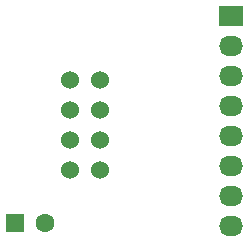
<source format=gbl>
G04 #@! TF.GenerationSoftware,KiCad,Pcbnew,(2017-01-24 revision 0b6147e)-makepkg*
G04 #@! TF.CreationDate,2017-01-26T21:48:18+05:30*
G04 #@! TF.ProjectId,bRF24-breakout,62524632342D627265616B6F75742E6B,0.01*
G04 #@! TF.FileFunction,Copper,L2,Bot,Signal*
G04 #@! TF.FilePolarity,Positive*
%FSLAX46Y46*%
G04 Gerber Fmt 4.6, Leading zero omitted, Abs format (unit mm)*
G04 Created by KiCad (PCBNEW (2017-01-24 revision 0b6147e)-makepkg) date 01/26/17 21:48:18*
%MOMM*%
%LPD*%
G01*
G04 APERTURE LIST*
%ADD10C,0.100000*%
%ADD11R,1.600000X1.600000*%
%ADD12C,1.600000*%
%ADD13O,2.032000X1.727200*%
%ADD14R,2.032000X1.727200*%
%ADD15C,1.524000*%
G04 APERTURE END LIST*
D10*
D11*
X136652000Y-92202000D03*
D12*
X139152000Y-92202000D03*
D13*
X154940000Y-92456000D03*
X154940000Y-89916000D03*
X154940000Y-87376000D03*
X154940000Y-84836000D03*
X154940000Y-82296000D03*
X154940000Y-79756000D03*
X154940000Y-77216000D03*
D14*
X154940000Y-74676000D03*
D15*
X141245001Y-87728000D03*
X141245001Y-85188000D03*
X141245001Y-82648000D03*
X141245001Y-80108000D03*
X143785001Y-80108000D03*
X143785001Y-82648000D03*
X143785001Y-85188000D03*
X143785001Y-87728000D03*
M02*

</source>
